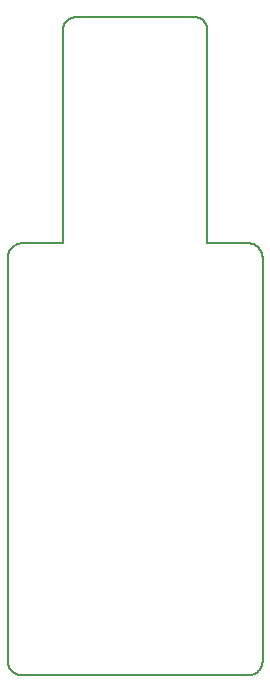
<source format=gm1>
%ASAXBY*%
%FSLAX23Y23*%
%MOIN*%
%OFA0B0*%
%SFA1.0B1.0*%
%ADD10C,0.008*%
%LNCONTOUR*%
G90*
G70*
G54D10*
X220Y2196D02*
X221Y2196D01*
X222Y2196D01*
X223Y2196D01*
X224Y2196D01*
X225Y2196D01*
X226Y2196D01*
X227Y2196D01*
X228Y2196D01*
X229Y2196D01*
X230Y2196D01*
X231Y2196D01*
X232Y2196D01*
X233Y2196D01*
X234Y2196D01*
X235Y2196D01*
X236Y2196D01*
X237Y2196D01*
X238Y2196D01*
X239Y2196D01*
X240Y2196D01*
X241Y2196D01*
X242Y2196D01*
X243Y2196D01*
X244Y2196D01*
X245Y2196D01*
X246Y2196D01*
X247Y2196D01*
X248Y2196D01*
X249Y2196D01*
X250Y2196D01*
X251Y2196D01*
X252Y2196D01*
X253Y2196D01*
X254Y2196D01*
X255Y2196D01*
X256Y2196D01*
X257Y2196D01*
X258Y2196D01*
X259Y2196D01*
X260Y2196D01*
X261Y2196D01*
X262Y2196D01*
X263Y2196D01*
X264Y2196D01*
X265Y2196D01*
X266Y2196D01*
X267Y2196D01*
X268Y2196D01*
X269Y2196D01*
X270Y2196D01*
X271Y2196D01*
X272Y2196D01*
X273Y2196D01*
X274Y2196D01*
X275Y2196D01*
X276Y2196D01*
X277Y2196D01*
X278Y2196D01*
X279Y2196D01*
X280Y2196D01*
X281Y2196D01*
X282Y2196D01*
X283Y2196D01*
X284Y2196D01*
X285Y2196D01*
X286Y2196D01*
X287Y2196D01*
X288Y2196D01*
X289Y2196D01*
X290Y2196D01*
X291Y2196D01*
X292Y2196D01*
X293Y2196D01*
X294Y2196D01*
X295Y2196D01*
X296Y2196D01*
X297Y2196D01*
X298Y2196D01*
X299Y2196D01*
X300Y2196D01*
X301Y2196D01*
X302Y2196D01*
X303Y2196D01*
X304Y2196D01*
X305Y2196D01*
X306Y2196D01*
X307Y2196D01*
X308Y2196D01*
X309Y2196D01*
X310Y2196D01*
X311Y2196D01*
X312Y2196D01*
X313Y2196D01*
X314Y2196D01*
X315Y2196D01*
X316Y2196D01*
X317Y2196D01*
X318Y2196D01*
X319Y2196D01*
X320Y2196D01*
X321Y2196D01*
X322Y2196D01*
X323Y2196D01*
X324Y2196D01*
X325Y2196D01*
X326Y2196D01*
X327Y2196D01*
X328Y2196D01*
X329Y2196D01*
X330Y2196D01*
X331Y2196D01*
X332Y2196D01*
X333Y2196D01*
X334Y2196D01*
X335Y2196D01*
X336Y2196D01*
X337Y2196D01*
X338Y2196D01*
X339Y2196D01*
X340Y2196D01*
X341Y2196D01*
X342Y2196D01*
X343Y2196D01*
X344Y2196D01*
X345Y2196D01*
X346Y2196D01*
X347Y2196D01*
X348Y2196D01*
X349Y2196D01*
X350Y2196D01*
X351Y2196D01*
X352Y2196D01*
X353Y2196D01*
X354Y2196D01*
X355Y2196D01*
X356Y2196D01*
X357Y2196D01*
X358Y2196D01*
X359Y2196D01*
X360Y2196D01*
X361Y2196D01*
X362Y2196D01*
X363Y2196D01*
X364Y2196D01*
X365Y2196D01*
X366Y2196D01*
X367Y2196D01*
X368Y2196D01*
X369Y2196D01*
X370Y2196D01*
X371Y2196D01*
X372Y2196D01*
X373Y2196D01*
X374Y2196D01*
X375Y2196D01*
X376Y2196D01*
X377Y2196D01*
X378Y2196D01*
X379Y2196D01*
X380Y2196D01*
X381Y2196D01*
X382Y2196D01*
X383Y2196D01*
X384Y2196D01*
X385Y2196D01*
X386Y2196D01*
X387Y2196D01*
X388Y2196D01*
X389Y2196D01*
X390Y2196D01*
X391Y2196D01*
X392Y2196D01*
X393Y2196D01*
X394Y2196D01*
X395Y2196D01*
X396Y2196D01*
X397Y2196D01*
X398Y2196D01*
X399Y2196D01*
X400Y2196D01*
X401Y2196D01*
X402Y2196D01*
X403Y2196D01*
X404Y2196D01*
X405Y2196D01*
X406Y2196D01*
X407Y2196D01*
X408Y2196D01*
X409Y2196D01*
X410Y2196D01*
X411Y2196D01*
X412Y2196D01*
X413Y2196D01*
X414Y2196D01*
X415Y2196D01*
X416Y2196D01*
X417Y2196D01*
X418Y2196D01*
X419Y2196D01*
X420Y2196D01*
X421Y2196D01*
X422Y2196D01*
X423Y2196D01*
X424Y2196D01*
X425Y2196D01*
X426Y2196D01*
X427Y2196D01*
X428Y2196D01*
X429Y2196D01*
X430Y2196D01*
X431Y2196D01*
X432Y2196D01*
X433Y2196D01*
X434Y2196D01*
X435Y2196D01*
X436Y2196D01*
X437Y2196D01*
X438Y2196D01*
X439Y2196D01*
X440Y2196D01*
X441Y2196D01*
X442Y2196D01*
X443Y2196D01*
X444Y2196D01*
X445Y2196D01*
X446Y2196D01*
X447Y2196D01*
X448Y2196D01*
X449Y2196D01*
X450Y2196D01*
X451Y2196D01*
X452Y2196D01*
X453Y2196D01*
X454Y2196D01*
X455Y2196D01*
X456Y2196D01*
X457Y2196D01*
X458Y2196D01*
X459Y2196D01*
X460Y2196D01*
X461Y2196D01*
X462Y2196D01*
X463Y2196D01*
X464Y2196D01*
X465Y2196D01*
X466Y2196D01*
X467Y2196D01*
X468Y2196D01*
X469Y2196D01*
X470Y2196D01*
X471Y2196D01*
X472Y2196D01*
X473Y2196D01*
X474Y2196D01*
X475Y2196D01*
X476Y2196D01*
X477Y2196D01*
X478Y2196D01*
X479Y2196D01*
X480Y2196D01*
X481Y2196D01*
X482Y2196D01*
X483Y2196D01*
X484Y2196D01*
X485Y2196D01*
X486Y2196D01*
X487Y2196D01*
X488Y2196D01*
X489Y2196D01*
X490Y2196D01*
X491Y2196D01*
X492Y2196D01*
X493Y2196D01*
X494Y2196D01*
X495Y2196D01*
X496Y2196D01*
X497Y2196D01*
X498Y2196D01*
X499Y2196D01*
X500Y2196D01*
X501Y2196D01*
X502Y2196D01*
X503Y2196D01*
X504Y2196D01*
X505Y2196D01*
X506Y2196D01*
X507Y2196D01*
X508Y2196D01*
X509Y2196D01*
X510Y2196D01*
X511Y2196D01*
X512Y2196D01*
X513Y2196D01*
X514Y2196D01*
X515Y2196D01*
X516Y2196D01*
X517Y2196D01*
X518Y2196D01*
X519Y2196D01*
X520Y2196D01*
X521Y2196D01*
X522Y2196D01*
X523Y2196D01*
X524Y2196D01*
X525Y2196D01*
X526Y2196D01*
X527Y2196D01*
X528Y2196D01*
X529Y2196D01*
X530Y2196D01*
X531Y2196D01*
X532Y2196D01*
X533Y2196D01*
X534Y2196D01*
X535Y2196D01*
X536Y2196D01*
X537Y2196D01*
X538Y2196D01*
X539Y2196D01*
X540Y2196D01*
X541Y2196D01*
X542Y2196D01*
X543Y2196D01*
X544Y2196D01*
X545Y2196D01*
X546Y2196D01*
X547Y2196D01*
X548Y2196D01*
X549Y2196D01*
X550Y2196D01*
X551Y2196D01*
X552Y2196D01*
X553Y2196D01*
X554Y2196D01*
X555Y2196D01*
X556Y2196D01*
X557Y2196D01*
X558Y2196D01*
X559Y2196D01*
X560Y2196D01*
X561Y2196D01*
X562Y2196D01*
X563Y2196D01*
X564Y2196D01*
X565Y2196D01*
X566Y2196D01*
X567Y2196D01*
X568Y2196D01*
X569Y2196D01*
X570Y2196D01*
X571Y2196D01*
X572Y2196D01*
X573Y2196D01*
X574Y2196D01*
X575Y2196D01*
X576Y2196D01*
X577Y2196D01*
X578Y2196D01*
X579Y2196D01*
X580Y2196D01*
X581Y2196D01*
X582Y2196D01*
X583Y2196D01*
X584Y2196D01*
X585Y2196D01*
X586Y2196D01*
X587Y2196D01*
X588Y2196D01*
X589Y2196D01*
X590Y2196D01*
X591Y2196D01*
X592Y2196D01*
X593Y2196D01*
X594Y2196D01*
X595Y2196D01*
X596Y2196D01*
X597Y2196D01*
X598Y2196D01*
X599Y2196D01*
X600Y2196D01*
X601Y2196D01*
X602Y2196D01*
X603Y2196D01*
X604Y2196D01*
X605Y2196D01*
X606Y2196D01*
X607Y2196D01*
X608Y2196D01*
X609Y2196D01*
X610Y2196D01*
X611Y2196D01*
X612Y2196D01*
X613Y2196D01*
X614Y2196D01*
X615Y2196D01*
X616Y2196D01*
X617Y2196D01*
X618Y2196D01*
X619Y2196D01*
X620Y2196D01*
X621Y2196D01*
X622Y2196D01*
X623Y2196D01*
X624Y2196D01*
X625Y2196D01*
X626Y2196D01*
X627Y2196D01*
X628Y2196D01*
X629Y2196D01*
X630Y2196D01*
X631Y2196D01*
X632Y2196D01*
X633Y2196D01*
X634Y2196D01*
X635Y2195D01*
X636Y2195D01*
X637Y2195D01*
X638Y2195D01*
X639Y2195D01*
X640Y2194D01*
X641Y2194D01*
X642Y2194D01*
X643Y2193D01*
X644Y2193D01*
X645Y2192D01*
X646Y2192D01*
X647Y2191D01*
X648Y2191D01*
X649Y2190D01*
X650Y2189D01*
X651Y2189D01*
X652Y2188D01*
X653Y2187D01*
X654Y2186D01*
X655Y2185D01*
X656Y2185D01*
X656Y2184D01*
X657Y2183D01*
X658Y2182D01*
X659Y2181D01*
X660Y2180D01*
X660Y2179D01*
X661Y2178D01*
X662Y2177D01*
X662Y2176D01*
X663Y2175D01*
X663Y2174D01*
X664Y2173D01*
X664Y2171D01*
X665Y2170D01*
X665Y2168D01*
X666Y2167D01*
X666Y2161D01*
X667Y2160D01*
X667Y1444D01*
X668Y1443D01*
X669Y1443D01*
X670Y1443D01*
X671Y1443D01*
X672Y1443D01*
X673Y1443D01*
X674Y1443D01*
X675Y1443D01*
X676Y1443D01*
X677Y1443D01*
X678Y1443D01*
X679Y1443D01*
X680Y1443D01*
X681Y1443D01*
X682Y1443D01*
X683Y1443D01*
X684Y1443D01*
X685Y1443D01*
X686Y1443D01*
X687Y1443D01*
X688Y1443D01*
X689Y1443D01*
X690Y1443D01*
X691Y1443D01*
X692Y1443D01*
X693Y1443D01*
X694Y1443D01*
X695Y1443D01*
X696Y1443D01*
X697Y1443D01*
X698Y1443D01*
X699Y1443D01*
X700Y1443D01*
X701Y1443D01*
X702Y1443D01*
X703Y1443D01*
X704Y1443D01*
X705Y1443D01*
X706Y1443D01*
X707Y1443D01*
X708Y1443D01*
X709Y1443D01*
X710Y1443D01*
X711Y1443D01*
X712Y1443D01*
X713Y1443D01*
X714Y1443D01*
X715Y1443D01*
X716Y1443D01*
X717Y1443D01*
X718Y1443D01*
X719Y1443D01*
X720Y1443D01*
X721Y1443D01*
X722Y1443D01*
X723Y1443D01*
X724Y1443D01*
X725Y1443D01*
X726Y1443D01*
X727Y1443D01*
X728Y1443D01*
X729Y1443D01*
X730Y1443D01*
X731Y1443D01*
X732Y1443D01*
X733Y1443D01*
X734Y1443D01*
X735Y1443D01*
X736Y1443D01*
X737Y1443D01*
X738Y1443D01*
X739Y1443D01*
X740Y1443D01*
X741Y1443D01*
X742Y1443D01*
X743Y1443D01*
X744Y1443D01*
X745Y1443D01*
X746Y1443D01*
X747Y1443D01*
X748Y1443D01*
X749Y1443D01*
X750Y1443D01*
X751Y1443D01*
X752Y1443D01*
X753Y1443D01*
X754Y1443D01*
X755Y1443D01*
X756Y1443D01*
X757Y1443D01*
X758Y1443D01*
X759Y1443D01*
X760Y1443D01*
X761Y1443D01*
X762Y1443D01*
X763Y1443D01*
X764Y1443D01*
X765Y1443D01*
X766Y1443D01*
X767Y1443D01*
X768Y1443D01*
X769Y1443D01*
X770Y1443D01*
X771Y1443D01*
X772Y1443D01*
X773Y1443D01*
X774Y1443D01*
X775Y1443D01*
X776Y1443D01*
X777Y1443D01*
X778Y1443D01*
X779Y1443D01*
X780Y1443D01*
X781Y1443D01*
X782Y1443D01*
X783Y1443D01*
X784Y1443D01*
X785Y1443D01*
X786Y1443D01*
X787Y1443D01*
X788Y1443D01*
X789Y1443D01*
X790Y1443D01*
X791Y1443D01*
X792Y1443D01*
X793Y1443D01*
X794Y1443D01*
X795Y1443D01*
X796Y1443D01*
X797Y1443D01*
X798Y1443D01*
X799Y1443D01*
X800Y1443D01*
X801Y1443D01*
X802Y1443D01*
X803Y1443D01*
X804Y1443D01*
X805Y1443D01*
X806Y1443D01*
X807Y1443D01*
X808Y1443D01*
X809Y1443D01*
X810Y1443D01*
X811Y1443D01*
X812Y1443D01*
X813Y1442D01*
X814Y1442D01*
X815Y1442D01*
X816Y1442D01*
X817Y1441D01*
X818Y1441D01*
X819Y1441D01*
X820Y1440D01*
X821Y1440D01*
X822Y1440D01*
X823Y1439D01*
X824Y1439D01*
X825Y1438D01*
X826Y1438D01*
X827Y1437D01*
X828Y1437D01*
X829Y1436D01*
X830Y1435D01*
X831Y1435D01*
X832Y1434D01*
X833Y1433D01*
X834Y1433D01*
X835Y1432D01*
X836Y1431D01*
X837Y1430D01*
X838Y1429D01*
X839Y1428D01*
X840Y1427D01*
X841Y1426D01*
X841Y1425D01*
X842Y1424D01*
X843Y1423D01*
X844Y1422D01*
X844Y1421D01*
X845Y1420D01*
X845Y1419D01*
X846Y1418D01*
X847Y1417D01*
X847Y1416D01*
X848Y1415D01*
X848Y1413D01*
X849Y1412D01*
X849Y1410D01*
X850Y1409D01*
X850Y1407D01*
X851Y1406D01*
X851Y1402D01*
X852Y1401D01*
X852Y46D01*
X851Y45D01*
X851Y40D01*
X850Y39D01*
X850Y37D01*
X849Y36D01*
X849Y34D01*
X848Y33D01*
X848Y32D01*
X847Y31D01*
X847Y30D01*
X846Y29D01*
X846Y28D01*
X845Y27D01*
X845Y26D01*
X844Y25D01*
X843Y24D01*
X843Y23D01*
X842Y22D01*
X841Y21D01*
X840Y20D01*
X839Y19D01*
X838Y18D01*
X838Y17D01*
X837Y17D01*
X836Y16D01*
X835Y15D01*
X834Y14D01*
X833Y13D01*
X832Y12D01*
X831Y12D01*
X830Y11D01*
X829Y10D01*
X828Y10D01*
X827Y9D01*
X826Y9D01*
X825Y8D01*
X824Y8D01*
X823Y7D01*
X822Y7D01*
X821Y6D01*
X820Y6D01*
X819Y6D01*
X818Y5D01*
X817Y5D01*
X816Y5D01*
X815Y4D01*
X814Y4D01*
X813Y4D01*
X812Y4D01*
X811Y4D01*
X810Y4D01*
X809Y3D01*
X808Y3D01*
X807Y3D01*
X806Y3D01*
X805Y3D01*
X804Y3D01*
X803Y3D01*
X802Y3D01*
X801Y3D01*
X800Y3D01*
X799Y3D01*
X798Y3D01*
X797Y3D01*
X796Y3D01*
X795Y3D01*
X794Y3D01*
X793Y3D01*
X792Y3D01*
X791Y3D01*
X790Y3D01*
X789Y3D01*
X788Y3D01*
X787Y3D01*
X786Y3D01*
X785Y3D01*
X784Y3D01*
X783Y3D01*
X782Y3D01*
X781Y3D01*
X780Y3D01*
X779Y3D01*
X778Y3D01*
X777Y3D01*
X776Y3D01*
X775Y3D01*
X774Y3D01*
X773Y3D01*
X772Y3D01*
X771Y3D01*
X770Y3D01*
X769Y3D01*
X768Y3D01*
X767Y3D01*
X766Y3D01*
X765Y3D01*
X764Y3D01*
X763Y3D01*
X762Y3D01*
X761Y3D01*
X760Y3D01*
X759Y3D01*
X758Y3D01*
X757Y3D01*
X756Y3D01*
X755Y3D01*
X754Y3D01*
X753Y3D01*
X752Y3D01*
X751Y3D01*
X750Y3D01*
X749Y3D01*
X748Y3D01*
X747Y3D01*
X746Y3D01*
X745Y3D01*
X744Y3D01*
X743Y3D01*
X742Y3D01*
X741Y3D01*
X740Y3D01*
X739Y3D01*
X738Y3D01*
X737Y3D01*
X736Y3D01*
X735Y3D01*
X734Y3D01*
X733Y3D01*
X732Y3D01*
X731Y3D01*
X730Y3D01*
X729Y3D01*
X728Y3D01*
X727Y3D01*
X726Y3D01*
X725Y3D01*
X724Y3D01*
X723Y3D01*
X722Y3D01*
X721Y3D01*
X720Y3D01*
X719Y3D01*
X718Y3D01*
X717Y3D01*
X716Y3D01*
X715Y3D01*
X714Y3D01*
X713Y3D01*
X712Y3D01*
X711Y3D01*
X710Y3D01*
X709Y3D01*
X708Y3D01*
X707Y3D01*
X706Y3D01*
X705Y3D01*
X704Y3D01*
X703Y3D01*
X702Y3D01*
X701Y3D01*
X700Y3D01*
X699Y3D01*
X698Y3D01*
X697Y3D01*
X696Y3D01*
X695Y3D01*
X694Y3D01*
X693Y3D01*
X692Y3D01*
X691Y3D01*
X690Y3D01*
X689Y3D01*
X688Y3D01*
X687Y3D01*
X686Y3D01*
X685Y3D01*
X684Y3D01*
X683Y3D01*
X682Y3D01*
X681Y3D01*
X680Y3D01*
X679Y3D01*
X678Y3D01*
X677Y3D01*
X676Y3D01*
X675Y3D01*
X674Y3D01*
X673Y3D01*
X672Y3D01*
X671Y3D01*
X670Y3D01*
X669Y3D01*
X668Y3D01*
X667Y3D01*
X666Y3D01*
X665Y3D01*
X664Y3D01*
X663Y3D01*
X662Y3D01*
X661Y3D01*
X660Y3D01*
X659Y3D01*
X658Y3D01*
X657Y3D01*
X656Y3D01*
X655Y3D01*
X654Y3D01*
X653Y3D01*
X652Y3D01*
X651Y3D01*
X650Y3D01*
X649Y3D01*
X648Y3D01*
X647Y3D01*
X646Y3D01*
X645Y3D01*
X644Y3D01*
X643Y3D01*
X642Y3D01*
X641Y3D01*
X640Y3D01*
X639Y3D01*
X638Y3D01*
X637Y3D01*
X636Y3D01*
X635Y3D01*
X634Y3D01*
X633Y3D01*
X632Y3D01*
X631Y3D01*
X630Y3D01*
X629Y3D01*
X628Y3D01*
X627Y3D01*
X626Y3D01*
X625Y3D01*
X624Y3D01*
X623Y3D01*
X622Y3D01*
X621Y3D01*
X620Y3D01*
X619Y3D01*
X618Y3D01*
X617Y3D01*
X616Y3D01*
X615Y3D01*
X614Y3D01*
X613Y3D01*
X612Y3D01*
X611Y3D01*
X610Y3D01*
X609Y3D01*
X608Y3D01*
X607Y3D01*
X606Y3D01*
X605Y3D01*
X604Y3D01*
X603Y3D01*
X602Y3D01*
X601Y3D01*
X600Y3D01*
X599Y3D01*
X598Y3D01*
X597Y3D01*
X596Y3D01*
X595Y3D01*
X594Y3D01*
X593Y3D01*
X592Y3D01*
X591Y3D01*
X590Y3D01*
X589Y3D01*
X588Y3D01*
X587Y3D01*
X586Y3D01*
X585Y3D01*
X584Y3D01*
X583Y3D01*
X582Y3D01*
X581Y3D01*
X580Y3D01*
X579Y3D01*
X578Y3D01*
X577Y3D01*
X576Y3D01*
X575Y3D01*
X574Y3D01*
X573Y3D01*
X572Y3D01*
X571Y3D01*
X570Y3D01*
X569Y3D01*
X568Y3D01*
X567Y3D01*
X566Y3D01*
X565Y3D01*
X564Y3D01*
X563Y3D01*
X562Y3D01*
X561Y3D01*
X560Y3D01*
X559Y3D01*
X558Y3D01*
X557Y3D01*
X556Y3D01*
X555Y3D01*
X554Y3D01*
X553Y3D01*
X552Y3D01*
X551Y3D01*
X550Y3D01*
X549Y3D01*
X548Y3D01*
X547Y3D01*
X546Y3D01*
X545Y3D01*
X544Y3D01*
X543Y3D01*
X542Y3D01*
X541Y3D01*
X540Y3D01*
X539Y3D01*
X538Y3D01*
X537Y3D01*
X536Y3D01*
X535Y3D01*
X534Y3D01*
X533Y3D01*
X532Y3D01*
X531Y3D01*
X530Y3D01*
X529Y3D01*
X528Y3D01*
X527Y3D01*
X526Y3D01*
X525Y3D01*
X524Y3D01*
X523Y3D01*
X522Y3D01*
X521Y3D01*
X520Y3D01*
X519Y3D01*
X518Y3D01*
X517Y3D01*
X516Y3D01*
X515Y3D01*
X514Y3D01*
X513Y3D01*
X512Y3D01*
X511Y3D01*
X510Y3D01*
X509Y3D01*
X508Y3D01*
X507Y3D01*
X506Y3D01*
X505Y3D01*
X504Y3D01*
X503Y3D01*
X502Y3D01*
X501Y3D01*
X500Y3D01*
X499Y3D01*
X498Y3D01*
X497Y3D01*
X496Y3D01*
X495Y3D01*
X494Y3D01*
X493Y3D01*
X492Y3D01*
X491Y3D01*
X490Y3D01*
X489Y3D01*
X488Y3D01*
X487Y3D01*
X486Y3D01*
X485Y3D01*
X484Y3D01*
X483Y3D01*
X482Y3D01*
X481Y3D01*
X480Y3D01*
X479Y3D01*
X478Y3D01*
X477Y3D01*
X476Y3D01*
X475Y3D01*
X474Y3D01*
X473Y3D01*
X472Y3D01*
X471Y3D01*
X470Y3D01*
X469Y3D01*
X468Y3D01*
X467Y3D01*
X466Y3D01*
X465Y3D01*
X464Y3D01*
X463Y3D01*
X462Y3D01*
X461Y3D01*
X460Y3D01*
X459Y3D01*
X458Y3D01*
X457Y3D01*
X456Y3D01*
X455Y3D01*
X454Y3D01*
X453Y3D01*
X452Y3D01*
X451Y3D01*
X450Y3D01*
X449Y3D01*
X448Y3D01*
X447Y3D01*
X446Y3D01*
X445Y3D01*
X444Y3D01*
X443Y3D01*
X442Y3D01*
X441Y3D01*
X440Y3D01*
X439Y3D01*
X438Y3D01*
X437Y3D01*
X436Y3D01*
X435Y3D01*
X434Y3D01*
X433Y3D01*
X432Y3D01*
X431Y3D01*
X430Y3D01*
X429Y3D01*
X428Y3D01*
X427Y3D01*
X426Y3D01*
X425Y3D01*
X424Y3D01*
X423Y3D01*
X422Y3D01*
X421Y3D01*
X420Y3D01*
X419Y3D01*
X418Y3D01*
X417Y3D01*
X416Y3D01*
X415Y3D01*
X414Y3D01*
X413Y3D01*
X412Y3D01*
X411Y3D01*
X410Y3D01*
X409Y3D01*
X408Y3D01*
X407Y3D01*
X406Y3D01*
X405Y3D01*
X404Y3D01*
X403Y3D01*
X402Y3D01*
X401Y3D01*
X400Y3D01*
X399Y3D01*
X398Y3D01*
X397Y3D01*
X396Y3D01*
X395Y3D01*
X394Y3D01*
X393Y3D01*
X392Y3D01*
X391Y3D01*
X390Y3D01*
X389Y3D01*
X388Y3D01*
X387Y3D01*
X386Y3D01*
X385Y3D01*
X384Y3D01*
X383Y3D01*
X382Y3D01*
X381Y3D01*
X380Y3D01*
X379Y3D01*
X378Y3D01*
X377Y3D01*
X376Y3D01*
X375Y3D01*
X374Y3D01*
X373Y3D01*
X372Y3D01*
X371Y3D01*
X370Y3D01*
X369Y3D01*
X368Y3D01*
X367Y3D01*
X366Y3D01*
X365Y3D01*
X364Y3D01*
X363Y3D01*
X362Y3D01*
X361Y3D01*
X360Y3D01*
X359Y3D01*
X358Y3D01*
X357Y3D01*
X356Y3D01*
X355Y3D01*
X354Y3D01*
X353Y3D01*
X352Y3D01*
X351Y3D01*
X350Y3D01*
X349Y3D01*
X348Y3D01*
X347Y3D01*
X346Y3D01*
X345Y3D01*
X344Y3D01*
X343Y3D01*
X342Y3D01*
X341Y3D01*
X340Y3D01*
X339Y3D01*
X338Y3D01*
X337Y3D01*
X336Y3D01*
X335Y3D01*
X334Y3D01*
X333Y3D01*
X332Y3D01*
X331Y3D01*
X330Y3D01*
X329Y3D01*
X328Y3D01*
X327Y3D01*
X326Y3D01*
X325Y3D01*
X324Y3D01*
X323Y3D01*
X322Y3D01*
X321Y3D01*
X320Y3D01*
X319Y3D01*
X318Y3D01*
X317Y3D01*
X316Y3D01*
X315Y3D01*
X314Y3D01*
X313Y3D01*
X312Y3D01*
X311Y3D01*
X310Y3D01*
X309Y3D01*
X308Y3D01*
X307Y3D01*
X306Y3D01*
X305Y3D01*
X304Y3D01*
X303Y3D01*
X302Y3D01*
X301Y3D01*
X300Y3D01*
X299Y3D01*
X298Y3D01*
X297Y3D01*
X296Y3D01*
X295Y3D01*
X294Y3D01*
X293Y3D01*
X292Y3D01*
X291Y3D01*
X290Y3D01*
X289Y3D01*
X288Y3D01*
X287Y3D01*
X286Y3D01*
X285Y3D01*
X284Y3D01*
X283Y3D01*
X282Y3D01*
X281Y3D01*
X280Y3D01*
X279Y3D01*
X278Y3D01*
X277Y3D01*
X276Y3D01*
X275Y3D01*
X274Y3D01*
X273Y3D01*
X272Y3D01*
X271Y3D01*
X270Y3D01*
X269Y3D01*
X268Y3D01*
X267Y3D01*
X266Y3D01*
X265Y3D01*
X264Y3D01*
X263Y3D01*
X262Y3D01*
X261Y3D01*
X260Y3D01*
X259Y3D01*
X258Y3D01*
X257Y3D01*
X256Y3D01*
X255Y3D01*
X254Y3D01*
X253Y3D01*
X252Y3D01*
X251Y3D01*
X250Y3D01*
X249Y3D01*
X248Y3D01*
X247Y3D01*
X246Y3D01*
X245Y3D01*
X244Y3D01*
X243Y3D01*
X242Y3D01*
X241Y3D01*
X240Y3D01*
X239Y3D01*
X238Y3D01*
X237Y3D01*
X236Y3D01*
X235Y3D01*
X234Y3D01*
X233Y3D01*
X232Y3D01*
X231Y3D01*
X230Y3D01*
X229Y3D01*
X228Y3D01*
X227Y3D01*
X226Y3D01*
X225Y3D01*
X224Y3D01*
X223Y3D01*
X222Y3D01*
X221Y3D01*
X220Y3D01*
X219Y3D01*
X218Y3D01*
X217Y3D01*
X216Y3D01*
X215Y3D01*
X214Y3D01*
X213Y3D01*
X212Y3D01*
X211Y3D01*
X210Y3D01*
X209Y3D01*
X208Y3D01*
X207Y3D01*
X206Y3D01*
X205Y3D01*
X204Y3D01*
X203Y3D01*
X202Y3D01*
X201Y3D01*
X200Y3D01*
X199Y3D01*
X198Y3D01*
X197Y3D01*
X196Y3D01*
X195Y3D01*
X194Y3D01*
X193Y3D01*
X192Y3D01*
X191Y3D01*
X190Y3D01*
X189Y3D01*
X188Y3D01*
X187Y3D01*
X186Y3D01*
X185Y3D01*
X184Y3D01*
X183Y3D01*
X182Y3D01*
X181Y3D01*
X180Y3D01*
X179Y3D01*
X178Y3D01*
X177Y3D01*
X176Y3D01*
X175Y3D01*
X174Y3D01*
X173Y3D01*
X172Y3D01*
X171Y3D01*
X170Y3D01*
X169Y3D01*
X168Y3D01*
X167Y3D01*
X166Y3D01*
X165Y3D01*
X164Y3D01*
X163Y3D01*
X162Y3D01*
X161Y3D01*
X160Y3D01*
X159Y3D01*
X158Y3D01*
X157Y3D01*
X156Y3D01*
X155Y3D01*
X154Y3D01*
X153Y3D01*
X152Y3D01*
X151Y3D01*
X150Y3D01*
X149Y3D01*
X148Y3D01*
X147Y3D01*
X146Y3D01*
X145Y3D01*
X144Y3D01*
X143Y3D01*
X142Y3D01*
X141Y3D01*
X140Y3D01*
X139Y3D01*
X138Y3D01*
X137Y3D01*
X136Y3D01*
X135Y3D01*
X134Y3D01*
X133Y3D01*
X132Y3D01*
X131Y3D01*
X130Y3D01*
X129Y3D01*
X128Y3D01*
X127Y3D01*
X126Y3D01*
X125Y3D01*
X124Y3D01*
X123Y3D01*
X122Y3D01*
X121Y3D01*
X120Y3D01*
X119Y3D01*
X118Y3D01*
X117Y3D01*
X116Y3D01*
X115Y3D01*
X114Y3D01*
X113Y3D01*
X112Y3D01*
X111Y3D01*
X110Y3D01*
X109Y3D01*
X108Y3D01*
X107Y3D01*
X106Y3D01*
X105Y3D01*
X104Y3D01*
X103Y3D01*
X102Y3D01*
X101Y3D01*
X100Y3D01*
X99Y3D01*
X98Y3D01*
X97Y3D01*
X96Y3D01*
X95Y3D01*
X94Y3D01*
X93Y3D01*
X92Y3D01*
X91Y3D01*
X90Y3D01*
X89Y3D01*
X88Y3D01*
X87Y3D01*
X86Y3D01*
X85Y3D01*
X84Y3D01*
X83Y3D01*
X82Y3D01*
X81Y3D01*
X80Y3D01*
X79Y3D01*
X78Y3D01*
X77Y3D01*
X76Y3D01*
X75Y3D01*
X74Y3D01*
X73Y3D01*
X72Y3D01*
X71Y3D01*
X70Y3D01*
X69Y3D01*
X68Y3D01*
X67Y3D01*
X66Y3D01*
X65Y3D01*
X64Y3D01*
X63Y3D01*
X62Y3D01*
X61Y3D01*
X60Y3D01*
X59Y3D01*
X58Y3D01*
X57Y3D01*
X56Y3D01*
X55Y3D01*
X54Y3D01*
X53Y3D01*
X52Y3D01*
X51Y3D01*
X50Y3D01*
X49Y3D01*
X48Y3D01*
X47Y3D01*
X46Y3D01*
X45Y3D01*
X44Y4D01*
X43Y4D01*
X42Y4D01*
X41Y4D01*
X40Y4D01*
X39Y4D01*
X38Y5D01*
X37Y5D01*
X36Y5D01*
X35Y6D01*
X34Y6D01*
X33Y6D01*
X32Y7D01*
X31Y7D01*
X30Y8D01*
X29Y8D01*
X28Y9D01*
X27Y9D01*
X26Y10D01*
X25Y10D01*
X24Y11D01*
X23Y12D01*
X22Y12D01*
X21Y13D01*
X20Y14D01*
X19Y15D01*
X18Y16D01*
X17Y17D01*
X16Y17D01*
X16Y18D01*
X15Y19D01*
X14Y20D01*
X13Y21D01*
X12Y22D01*
X11Y23D01*
X11Y24D01*
X10Y25D01*
X9Y26D01*
X9Y27D01*
X8Y28D01*
X8Y29D01*
X7Y30D01*
X7Y31D01*
X6Y32D01*
X6Y33D01*
X5Y34D01*
X5Y36D01*
X4Y37D01*
X4Y39D01*
X3Y40D01*
X3Y45D01*
X2Y46D01*
X2Y1401D01*
X3Y1402D01*
X3Y1406D01*
X4Y1407D01*
X4Y1409D01*
X5Y1410D01*
X5Y1412D01*
X6Y1413D01*
X6Y1415D01*
X7Y1416D01*
X7Y1417D01*
X8Y1418D01*
X9Y1419D01*
X9Y1420D01*
X10Y1421D01*
X10Y1422D01*
X11Y1423D01*
X12Y1424D01*
X13Y1425D01*
X13Y1426D01*
X14Y1427D01*
X15Y1428D01*
X16Y1429D01*
X17Y1430D01*
X18Y1431D01*
X19Y1432D01*
X20Y1433D01*
X21Y1433D01*
X22Y1434D01*
X23Y1435D01*
X24Y1435D01*
X25Y1436D01*
X26Y1437D01*
X27Y1437D01*
X28Y1438D01*
X29Y1438D01*
X30Y1439D01*
X31Y1439D01*
X32Y1440D01*
X33Y1440D01*
X34Y1440D01*
X35Y1441D01*
X36Y1441D01*
X37Y1441D01*
X38Y1442D01*
X39Y1442D01*
X40Y1442D01*
X41Y1442D01*
X42Y1443D01*
X43Y1443D01*
X44Y1443D01*
X45Y1443D01*
X46Y1443D01*
X47Y1443D01*
X48Y1443D01*
X49Y1443D01*
X50Y1443D01*
X51Y1443D01*
X52Y1443D01*
X53Y1443D01*
X54Y1443D01*
X55Y1443D01*
X56Y1443D01*
X57Y1443D01*
X58Y1443D01*
X59Y1443D01*
X60Y1443D01*
X61Y1443D01*
X62Y1443D01*
X63Y1443D01*
X64Y1443D01*
X65Y1443D01*
X66Y1443D01*
X67Y1443D01*
X68Y1443D01*
X69Y1443D01*
X70Y1443D01*
X71Y1443D01*
X72Y1443D01*
X73Y1443D01*
X74Y1443D01*
X75Y1443D01*
X76Y1443D01*
X77Y1443D01*
X78Y1443D01*
X79Y1443D01*
X80Y1443D01*
X81Y1443D01*
X82Y1443D01*
X83Y1443D01*
X84Y1443D01*
X85Y1443D01*
X86Y1443D01*
X87Y1443D01*
X88Y1443D01*
X89Y1443D01*
X90Y1443D01*
X91Y1443D01*
X92Y1443D01*
X93Y1443D01*
X94Y1443D01*
X95Y1443D01*
X96Y1443D01*
X97Y1443D01*
X98Y1443D01*
X99Y1443D01*
X100Y1443D01*
X101Y1443D01*
X102Y1443D01*
X103Y1443D01*
X104Y1443D01*
X105Y1443D01*
X106Y1443D01*
X107Y1443D01*
X108Y1443D01*
X109Y1443D01*
X110Y1443D01*
X111Y1443D01*
X112Y1443D01*
X113Y1443D01*
X114Y1443D01*
X115Y1443D01*
X116Y1443D01*
X117Y1443D01*
X118Y1443D01*
X119Y1443D01*
X120Y1443D01*
X121Y1443D01*
X122Y1443D01*
X123Y1443D01*
X124Y1443D01*
X125Y1443D01*
X126Y1443D01*
X127Y1443D01*
X128Y1443D01*
X129Y1443D01*
X130Y1443D01*
X131Y1443D01*
X132Y1443D01*
X133Y1443D01*
X134Y1443D01*
X135Y1443D01*
X136Y1443D01*
X137Y1443D01*
X138Y1443D01*
X139Y1443D01*
X140Y1443D01*
X141Y1443D01*
X142Y1443D01*
X143Y1443D01*
X144Y1443D01*
X145Y1443D01*
X146Y1443D01*
X147Y1443D01*
X148Y1443D01*
X149Y1443D01*
X150Y1443D01*
X151Y1443D01*
X152Y1443D01*
X153Y1443D01*
X154Y1443D01*
X155Y1443D01*
X156Y1443D01*
X157Y1443D01*
X158Y1443D01*
X159Y1443D01*
X160Y1443D01*
X161Y1443D01*
X162Y1443D01*
X163Y1443D01*
X164Y1443D01*
X165Y1443D01*
X166Y1443D01*
X167Y1443D01*
X168Y1443D01*
X169Y1443D01*
X170Y1443D01*
X171Y1443D01*
X172Y1443D01*
X173Y1443D01*
X174Y1443D01*
X175Y1443D01*
X176Y1443D01*
X177Y1443D01*
X178Y1443D01*
X179Y1443D01*
X180Y1443D01*
X181Y1443D01*
X182Y1443D01*
X183Y1443D01*
X184Y1443D01*
X185Y1443D01*
X186Y1443D01*
X187Y1444D01*
X187Y2160D01*
X188Y2161D01*
X188Y2166D01*
X189Y2167D01*
X189Y2170D01*
X190Y2171D01*
X190Y2173D01*
X191Y2174D01*
X191Y2175D01*
X192Y2176D01*
X192Y2177D01*
X193Y2178D01*
X194Y2179D01*
X194Y2180D01*
X195Y2181D01*
X196Y2182D01*
X197Y2183D01*
X198Y2184D01*
X198Y2185D01*
X199Y2185D01*
X200Y2186D01*
X201Y2187D01*
X202Y2188D01*
X203Y2189D01*
X204Y2189D01*
X205Y2190D01*
X206Y2191D01*
X207Y2191D01*
X208Y2192D01*
X209Y2192D01*
X210Y2193D01*
X211Y2193D01*
X212Y2194D01*
X213Y2194D01*
X214Y2194D01*
X215Y2195D01*
X216Y2195D01*
X217Y2195D01*
X218Y2195D01*
X219Y2195D01*
X220Y2196D01*
D02*
G04 End of contour*
M02*
</source>
